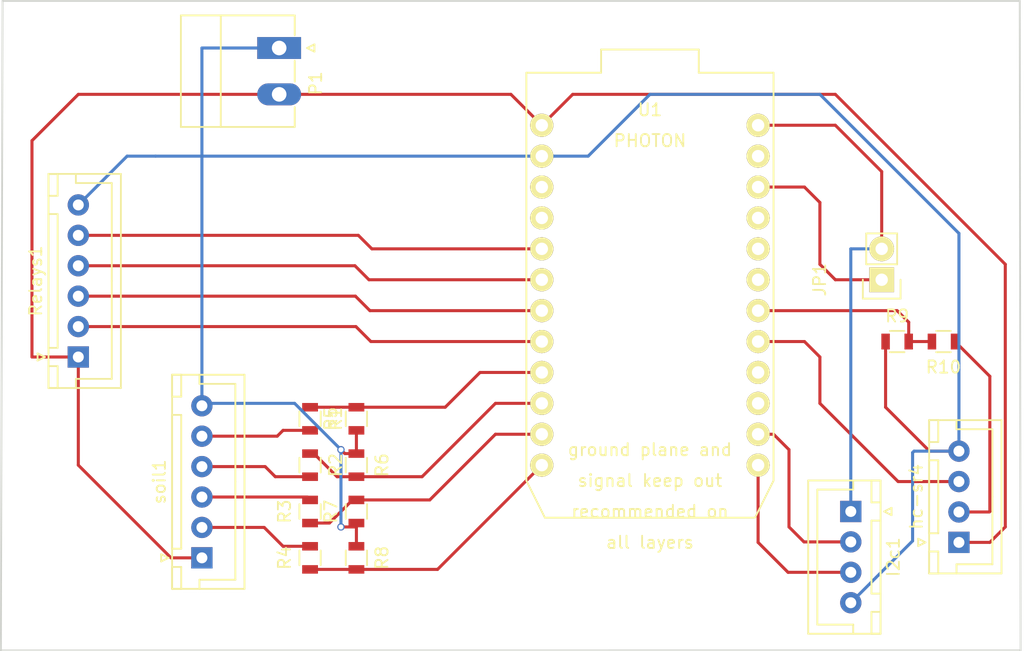
<source format=kicad_pcb>
(kicad_pcb (version 20171130) (host pcbnew "(5.1.12)-1")

  (general
    (thickness 1.6)
    (drawings 4)
    (tracks 119)
    (zones 0)
    (modules 17)
    (nets 29)
  )

  (page A4)
  (layers
    (0 F.Cu signal)
    (31 B.Cu signal)
    (32 B.Adhes user)
    (33 F.Adhes user)
    (34 B.Paste user)
    (35 F.Paste user)
    (36 B.SilkS user)
    (37 F.SilkS user)
    (38 B.Mask user)
    (39 F.Mask user)
    (40 Dwgs.User user)
    (41 Cmts.User user)
    (42 Eco1.User user)
    (43 Eco2.User user)
    (44 Edge.Cuts user)
    (45 Margin user)
    (46 B.CrtYd user)
    (47 F.CrtYd user)
    (48 B.Fab user)
    (49 F.Fab user)
  )

  (setup
    (last_trace_width 0.25)
    (trace_clearance 0.2)
    (zone_clearance 0.508)
    (zone_45_only yes)
    (trace_min 0.2)
    (via_size 0.6)
    (via_drill 0.4)
    (via_min_size 0.4)
    (via_min_drill 0.3)
    (uvia_size 0.3)
    (uvia_drill 0.1)
    (uvias_allowed no)
    (uvia_min_size 0.2)
    (uvia_min_drill 0.1)
    (edge_width 0.15)
    (segment_width 0.2)
    (pcb_text_width 0.3)
    (pcb_text_size 1.5 1.5)
    (mod_edge_width 0.15)
    (mod_text_size 1 1)
    (mod_text_width 0.15)
    (pad_size 1.524 1.524)
    (pad_drill 0.762)
    (pad_to_mask_clearance 0.2)
    (aux_axis_origin 0 0)
    (visible_elements 7FFFFFFF)
    (pcbplotparams
      (layerselection 0x00030_80000001)
      (usegerberextensions false)
      (usegerberattributes true)
      (usegerberadvancedattributes true)
      (creategerberjobfile true)
      (excludeedgelayer true)
      (linewidth 0.100000)
      (plotframeref false)
      (viasonmask false)
      (mode 1)
      (useauxorigin false)
      (hpglpennumber 1)
      (hpglpenspeed 20)
      (hpglpendiameter 15.000000)
      (psnegative false)
      (psa4output false)
      (plotreference true)
      (plotvalue true)
      (plotinvisibletext false)
      (padsonsilk false)
      (subtractmaskfromsilk false)
      (outputformat 1)
      (mirror false)
      (drillshape 1)
      (scaleselection 1)
      (outputdirectory ""))
  )

  (net 0 "")
  (net 1 +5V)
  (net 2 "Net-(R10-Pad1)")
  (net 3 "Net-(U1-Pad17)")
  (net 4 GND)
  (net 5 +3V3)
  (net 6 "Net-(I2c1-Pad2)")
  (net 7 "Net-(I2c1-Pad3)")
  (net 8 "Net-(JP1-Pad1)")
  (net 9 "Net-(R1-Pad1)")
  (net 10 "Net-(R1-Pad2)")
  (net 11 "Net-(R2-Pad1)")
  (net 12 "Net-(R2-Pad2)")
  (net 13 "Net-(R3-Pad1)")
  (net 14 "Net-(R3-Pad2)")
  (net 15 "Net-(R4-Pad1)")
  (net 16 "Net-(R4-Pad2)")
  (net 17 "Net-(R10-Pad2)")
  (net 18 "Net-(Relays1-Pad2)")
  (net 19 "Net-(Relays1-Pad3)")
  (net 20 "Net-(Relays1-Pad4)")
  (net 21 "Net-(Relays1-Pad5)")
  (net 22 "Net-(U1-Pad3)")
  (net 23 "Net-(U1-Pad4)")
  (net 24 "Net-(U1-Pad20)")
  (net 25 "Net-(U1-Pad19)")
  (net 26 "Net-(U1-Pad16)")
  (net 27 "Net-(U1-Pad15)")
  (net 28 "Net-(U1-Pad23)")

  (net_class Default "This is the default net class."
    (clearance 0.2)
    (trace_width 0.25)
    (via_dia 0.6)
    (via_drill 0.4)
    (uvia_dia 0.3)
    (uvia_drill 0.1)
    (add_net +3V3)
    (add_net +5V)
    (add_net GND)
    (add_net "Net-(I2c1-Pad2)")
    (add_net "Net-(I2c1-Pad3)")
    (add_net "Net-(JP1-Pad1)")
    (add_net "Net-(R1-Pad1)")
    (add_net "Net-(R1-Pad2)")
    (add_net "Net-(R10-Pad1)")
    (add_net "Net-(R10-Pad2)")
    (add_net "Net-(R2-Pad1)")
    (add_net "Net-(R2-Pad2)")
    (add_net "Net-(R3-Pad1)")
    (add_net "Net-(R3-Pad2)")
    (add_net "Net-(R4-Pad1)")
    (add_net "Net-(R4-Pad2)")
    (add_net "Net-(Relays1-Pad2)")
    (add_net "Net-(Relays1-Pad3)")
    (add_net "Net-(Relays1-Pad4)")
    (add_net "Net-(Relays1-Pad5)")
    (add_net "Net-(U1-Pad15)")
    (add_net "Net-(U1-Pad16)")
    (add_net "Net-(U1-Pad17)")
    (add_net "Net-(U1-Pad19)")
    (add_net "Net-(U1-Pad20)")
    (add_net "Net-(U1-Pad23)")
    (add_net "Net-(U1-Pad3)")
    (add_net "Net-(U1-Pad4)")
  )

  (module particle-boards:PHOTON (layer F.Cu) (tedit 560E8B13) (tstamp 579C8DF4)
    (at 121.92 66.04)
    (path /5795A50A)
    (fp_text reference U1 (at 0 -16.51) (layer F.SilkS)
      (effects (font (size 1 1) (thickness 0.15)))
    )
    (fp_text value PHOTON (at 0 -13.97) (layer F.SilkS)
      (effects (font (size 1 1) (thickness 0.15)))
    )
    (fp_line (start -4.0132 -21.463) (end 4.0132 -21.463) (layer F.SilkS) (width 0.15))
    (fp_line (start 4.0132 -21.463) (end 4.0132 -19.558) (layer F.SilkS) (width 0.15))
    (fp_line (start -4.0132 -21.463) (end -4.0132 -19.558) (layer F.SilkS) (width 0.15))
    (fp_line (start -4.0132 -19.558) (end -10.16 -19.558) (layer F.SilkS) (width 0.15))
    (fp_line (start 4.0132 -19.558) (end 10.16 -19.558) (layer F.SilkS) (width 0.15))
    (fp_line (start -10.16 -19.558) (end -10.16 13.97) (layer F.SilkS) (width 0.15))
    (fp_line (start 10.16 -19.558) (end 10.16 13.97) (layer F.SilkS) (width 0.15))
    (fp_line (start -8.636 17.018) (end 8.636 17.018) (layer F.SilkS) (width 0.15))
    (fp_line (start -10.16 13.97) (end -8.636 17.018) (layer F.SilkS) (width 0.15))
    (fp_line (start 10.16 13.97) (end 8.636 17.018) (layer F.SilkS) (width 0.15))
    (fp_line (start -7.62 21.59) (end -7.62 8.89) (layer Dwgs.User) (width 0.15))
    (fp_line (start 6.35 21.59) (end -7.62 21.59) (layer Dwgs.User) (width 0.15))
    (fp_line (start 7.62 8.89) (end -7.62 8.89) (layer Dwgs.User) (width 0.15))
    (fp_line (start 7.62 21.59) (end 7.62 8.89) (layer Dwgs.User) (width 0.15))
    (fp_line (start 6.35 21.59) (end 7.62 21.59) (layer Dwgs.User) (width 0.15))
    (fp_text user "all layers" (at 0 19.05) (layer F.SilkS)
      (effects (font (size 1 1) (thickness 0.15)))
    )
    (fp_text user "recommended on" (at 0 16.51) (layer F.SilkS)
      (effects (font (size 1 1) (thickness 0.15)))
    )
    (fp_text user "signal keep out" (at 0 13.97) (layer F.SilkS)
      (effects (font (size 1 1) (thickness 0.15)))
    )
    (fp_text user "ground plane and" (at 0 11.43) (layer F.SilkS)
      (effects (font (size 1 1) (thickness 0.15)))
    )
    (pad 1 thru_hole circle (at -8.89 -15.24) (size 1.9 1.9) (drill 1.02) (layers *.Cu *.Mask F.SilkS)
      (net 1 +5V))
    (pad 2 thru_hole circle (at -8.89 -12.7) (size 1.9 1.9) (drill 1.02) (layers *.Cu *.Mask F.SilkS)
      (net 4 GND))
    (pad 3 thru_hole circle (at -8.89 -10.16) (size 1.9 1.9) (drill 1.02) (layers *.Cu *.Mask F.SilkS)
      (net 22 "Net-(U1-Pad3)"))
    (pad 4 thru_hole circle (at -8.89 -7.62) (size 1.9 1.9) (drill 1.02) (layers *.Cu *.Mask F.SilkS)
      (net 23 "Net-(U1-Pad4)"))
    (pad 5 thru_hole circle (at -8.89 -5.08) (size 1.9 1.9) (drill 1.02) (layers *.Cu *.Mask F.SilkS)
      (net 21 "Net-(Relays1-Pad5)"))
    (pad 6 thru_hole circle (at -8.89 -2.54) (size 1.9 1.9) (drill 1.02) (layers *.Cu *.Mask F.SilkS)
      (net 20 "Net-(Relays1-Pad4)"))
    (pad 7 thru_hole circle (at -8.89 0) (size 1.9 1.9) (drill 1.02) (layers *.Cu *.Mask F.SilkS)
      (net 19 "Net-(Relays1-Pad3)"))
    (pad 8 thru_hole circle (at -8.89 2.54) (size 1.9 1.9) (drill 1.02) (layers *.Cu *.Mask F.SilkS)
      (net 18 "Net-(Relays1-Pad2)"))
    (pad 9 thru_hole circle (at -8.89 5.08) (size 1.9 1.9) (drill 1.02) (layers *.Cu *.Mask F.SilkS)
      (net 9 "Net-(R1-Pad1)"))
    (pad 10 thru_hole circle (at -8.89 7.62) (size 1.9 1.9) (drill 1.02) (layers *.Cu *.Mask F.SilkS)
      (net 11 "Net-(R2-Pad1)"))
    (pad 11 thru_hole circle (at -8.89 10.16) (size 1.9 1.9) (drill 1.02) (layers *.Cu *.Mask F.SilkS)
      (net 13 "Net-(R3-Pad1)"))
    (pad 12 thru_hole circle (at -8.89 12.7) (size 1.9 1.9) (drill 1.02) (layers *.Cu *.Mask F.SilkS)
      (net 15 "Net-(R4-Pad1)"))
    (pad 24 thru_hole circle (at 8.89 -15.24) (size 1.9 1.9) (drill 1.02) (layers *.Cu *.Mask F.SilkS)
      (net 5 +3V3))
    (pad 23 thru_hole circle (at 8.89 -12.7) (size 1.9 1.9) (drill 1.02) (layers *.Cu *.Mask F.SilkS)
      (net 28 "Net-(U1-Pad23)"))
    (pad 22 thru_hole circle (at 8.89 -10.16) (size 1.9 1.9) (drill 1.02) (layers *.Cu *.Mask F.SilkS)
      (net 8 "Net-(JP1-Pad1)"))
    (pad 21 thru_hole circle (at 8.89 -7.62) (size 1.9 1.9) (drill 1.02) (layers *.Cu *.Mask F.SilkS))
    (pad 20 thru_hole circle (at 8.89 -5.08) (size 1.9 1.9) (drill 1.02) (layers *.Cu *.Mask F.SilkS)
      (net 24 "Net-(U1-Pad20)"))
    (pad 19 thru_hole circle (at 8.89 -2.54) (size 1.9 1.9) (drill 1.02) (layers *.Cu *.Mask F.SilkS)
      (net 25 "Net-(U1-Pad19)"))
    (pad 18 thru_hole circle (at 8.89 0) (size 1.9 1.9) (drill 1.02) (layers *.Cu *.Mask F.SilkS)
      (net 17 "Net-(R10-Pad2)"))
    (pad 17 thru_hole circle (at 8.89 2.54) (size 1.9 1.9) (drill 1.02) (layers *.Cu *.Mask F.SilkS)
      (net 3 "Net-(U1-Pad17)"))
    (pad 16 thru_hole circle (at 8.89 5.08) (size 1.9 1.9) (drill 1.02) (layers *.Cu *.Mask F.SilkS)
      (net 26 "Net-(U1-Pad16)"))
    (pad 15 thru_hole circle (at 8.89 7.62) (size 1.9 1.9) (drill 1.02) (layers *.Cu *.Mask F.SilkS)
      (net 27 "Net-(U1-Pad15)"))
    (pad 14 thru_hole circle (at 8.89 10.16) (size 1.9 1.9) (drill 1.02) (layers *.Cu *.Mask F.SilkS)
      (net 6 "Net-(I2c1-Pad2)"))
    (pad 13 thru_hole circle (at 8.89 12.7) (size 1.9 1.9) (drill 1.02) (layers *.Cu *.Mask F.SilkS)
      (net 7 "Net-(I2c1-Pad3)"))
  )

  (module Connectors_JST:JST_XH_B04B-XH-A_04x2.50mm_Straight (layer F.Cu) (tedit 56F0715A) (tstamp 579C8CB5)
    (at 147.32 85.09 90)
    (descr "JST XH series connector, B04B-XH-A, top entry type, through hole")
    (tags "connector jst xh tht top vertical 2.50mm")
    (path /5795AA6A)
    (fp_text reference hc-sr4 (at 3.75 -3.5 90) (layer F.SilkS)
      (effects (font (size 1 1) (thickness 0.15)))
    )
    (fp_text value CONN_01X04 (at 3.75 4.5 90) (layer F.Fab)
      (effects (font (size 1 1) (thickness 0.15)))
    )
    (fp_line (start 0.3 -3.35) (end 0 -2.75) (layer F.SilkS) (width 0.15))
    (fp_line (start -0.3 -3.35) (end 0.3 -3.35) (layer F.SilkS) (width 0.15))
    (fp_line (start 0 -2.75) (end -0.3 -3.35) (layer F.SilkS) (width 0.15))
    (fp_line (start 9.3 2.75) (end 3.75 2.75) (layer F.SilkS) (width 0.15))
    (fp_line (start 9.3 -0.2) (end 9.3 2.75) (layer F.SilkS) (width 0.15))
    (fp_line (start 10.05 -0.2) (end 9.3 -0.2) (layer F.SilkS) (width 0.15))
    (fp_line (start -1.8 2.75) (end 3.75 2.75) (layer F.SilkS) (width 0.15))
    (fp_line (start -1.8 -0.2) (end -1.8 2.75) (layer F.SilkS) (width 0.15))
    (fp_line (start -2.55 -0.2) (end -1.8 -0.2) (layer F.SilkS) (width 0.15))
    (fp_line (start 10.05 -2.45) (end 8.25 -2.45) (layer F.SilkS) (width 0.15))
    (fp_line (start 10.05 -1.7) (end 10.05 -2.45) (layer F.SilkS) (width 0.15))
    (fp_line (start 8.25 -1.7) (end 10.05 -1.7) (layer F.SilkS) (width 0.15))
    (fp_line (start 8.25 -2.45) (end 8.25 -1.7) (layer F.SilkS) (width 0.15))
    (fp_line (start -0.75 -2.45) (end -2.55 -2.45) (layer F.SilkS) (width 0.15))
    (fp_line (start -0.75 -1.7) (end -0.75 -2.45) (layer F.SilkS) (width 0.15))
    (fp_line (start -2.55 -1.7) (end -0.75 -1.7) (layer F.SilkS) (width 0.15))
    (fp_line (start -2.55 -2.45) (end -2.55 -1.7) (layer F.SilkS) (width 0.15))
    (fp_line (start 6.75 -2.45) (end 0.75 -2.45) (layer F.SilkS) (width 0.15))
    (fp_line (start 6.75 -1.7) (end 6.75 -2.45) (layer F.SilkS) (width 0.15))
    (fp_line (start 0.75 -1.7) (end 6.75 -1.7) (layer F.SilkS) (width 0.15))
    (fp_line (start 0.75 -2.45) (end 0.75 -1.7) (layer F.SilkS) (width 0.15))
    (fp_line (start 10.05 -2.45) (end -2.55 -2.45) (layer F.SilkS) (width 0.15))
    (fp_line (start 10.05 3.5) (end 10.05 -2.45) (layer F.SilkS) (width 0.15))
    (fp_line (start -2.55 3.5) (end 10.05 3.5) (layer F.SilkS) (width 0.15))
    (fp_line (start -2.55 -2.45) (end -2.55 3.5) (layer F.SilkS) (width 0.15))
    (fp_line (start 10.4 -2.85) (end -2.95 -2.85) (layer F.CrtYd) (width 0.05))
    (fp_line (start 10.4 3.9) (end 10.4 -2.85) (layer F.CrtYd) (width 0.05))
    (fp_line (start -2.95 3.9) (end 10.4 3.9) (layer F.CrtYd) (width 0.05))
    (fp_line (start -2.95 -2.85) (end -2.95 3.9) (layer F.CrtYd) (width 0.05))
    (pad 1 thru_hole rect (at 0 0 90) (size 1.75 1.75) (drill 0.9) (layers *.Cu *.Mask)
      (net 1 +5V))
    (pad 2 thru_hole circle (at 2.5 0 90) (size 1.75 1.75) (drill 0.9) (layers *.Cu *.Mask)
      (net 2 "Net-(R10-Pad1)"))
    (pad 3 thru_hole circle (at 5 0 90) (size 1.75 1.75) (drill 0.9) (layers *.Cu *.Mask)
      (net 3 "Net-(U1-Pad17)"))
    (pad 4 thru_hole circle (at 7.5 0 90) (size 1.75 1.75) (drill 0.9) (layers *.Cu *.Mask)
      (net 4 GND))
    (model Connectors_JST.3dshapes/JST_XH_B04B-XH-A_04x2.50mm_Straight.wrl
      (at (xyz 0 0 0))
      (scale (xyz 1 1 1))
      (rotate (xyz 0 0 0))
    )
  )

  (module Connectors_JST:JST_XH_B04B-XH-A_04x2.50mm_Straight (layer F.Cu) (tedit 56F0715A) (tstamp 579C8CDA)
    (at 138.43 82.55 270)
    (descr "JST XH series connector, B04B-XH-A, top entry type, through hole")
    (tags "connector jst xh tht top vertical 2.50mm")
    (path /5795AAED)
    (fp_text reference I2c1 (at 3.75 -3.5 270) (layer F.SilkS)
      (effects (font (size 1 1) (thickness 0.15)))
    )
    (fp_text value CONN_01X04 (at 3.75 4.5 270) (layer F.Fab)
      (effects (font (size 1 1) (thickness 0.15)))
    )
    (fp_line (start 0.3 -3.35) (end 0 -2.75) (layer F.SilkS) (width 0.15))
    (fp_line (start -0.3 -3.35) (end 0.3 -3.35) (layer F.SilkS) (width 0.15))
    (fp_line (start 0 -2.75) (end -0.3 -3.35) (layer F.SilkS) (width 0.15))
    (fp_line (start 9.3 2.75) (end 3.75 2.75) (layer F.SilkS) (width 0.15))
    (fp_line (start 9.3 -0.2) (end 9.3 2.75) (layer F.SilkS) (width 0.15))
    (fp_line (start 10.05 -0.2) (end 9.3 -0.2) (layer F.SilkS) (width 0.15))
    (fp_line (start -1.8 2.75) (end 3.75 2.75) (layer F.SilkS) (width 0.15))
    (fp_line (start -1.8 -0.2) (end -1.8 2.75) (layer F.SilkS) (width 0.15))
    (fp_line (start -2.55 -0.2) (end -1.8 -0.2) (layer F.SilkS) (width 0.15))
    (fp_line (start 10.05 -2.45) (end 8.25 -2.45) (layer F.SilkS) (width 0.15))
    (fp_line (start 10.05 -1.7) (end 10.05 -2.45) (layer F.SilkS) (width 0.15))
    (fp_line (start 8.25 -1.7) (end 10.05 -1.7) (layer F.SilkS) (width 0.15))
    (fp_line (start 8.25 -2.45) (end 8.25 -1.7) (layer F.SilkS) (width 0.15))
    (fp_line (start -0.75 -2.45) (end -2.55 -2.45) (layer F.SilkS) (width 0.15))
    (fp_line (start -0.75 -1.7) (end -0.75 -2.45) (layer F.SilkS) (width 0.15))
    (fp_line (start -2.55 -1.7) (end -0.75 -1.7) (layer F.SilkS) (width 0.15))
    (fp_line (start -2.55 -2.45) (end -2.55 -1.7) (layer F.SilkS) (width 0.15))
    (fp_line (start 6.75 -2.45) (end 0.75 -2.45) (layer F.SilkS) (width 0.15))
    (fp_line (start 6.75 -1.7) (end 6.75 -2.45) (layer F.SilkS) (width 0.15))
    (fp_line (start 0.75 -1.7) (end 6.75 -1.7) (layer F.SilkS) (width 0.15))
    (fp_line (start 0.75 -2.45) (end 0.75 -1.7) (layer F.SilkS) (width 0.15))
    (fp_line (start 10.05 -2.45) (end -2.55 -2.45) (layer F.SilkS) (width 0.15))
    (fp_line (start 10.05 3.5) (end 10.05 -2.45) (layer F.SilkS) (width 0.15))
    (fp_line (start -2.55 3.5) (end 10.05 3.5) (layer F.SilkS) (width 0.15))
    (fp_line (start -2.55 -2.45) (end -2.55 3.5) (layer F.SilkS) (width 0.15))
    (fp_line (start 10.4 -2.85) (end -2.95 -2.85) (layer F.CrtYd) (width 0.05))
    (fp_line (start 10.4 3.9) (end 10.4 -2.85) (layer F.CrtYd) (width 0.05))
    (fp_line (start -2.95 3.9) (end 10.4 3.9) (layer F.CrtYd) (width 0.05))
    (fp_line (start -2.95 -2.85) (end -2.95 3.9) (layer F.CrtYd) (width 0.05))
    (pad 1 thru_hole rect (at 0 0 270) (size 1.75 1.75) (drill 0.9) (layers *.Cu *.Mask)
      (net 5 +3V3))
    (pad 2 thru_hole circle (at 2.5 0 270) (size 1.75 1.75) (drill 0.9) (layers *.Cu *.Mask)
      (net 6 "Net-(I2c1-Pad2)"))
    (pad 3 thru_hole circle (at 5 0 270) (size 1.75 1.75) (drill 0.9) (layers *.Cu *.Mask)
      (net 7 "Net-(I2c1-Pad3)"))
    (pad 4 thru_hole circle (at 7.5 0 270) (size 1.75 1.75) (drill 0.9) (layers *.Cu *.Mask)
      (net 4 GND))
    (model Connectors_JST.3dshapes/JST_XH_B04B-XH-A_04x2.50mm_Straight.wrl
      (at (xyz 0 0 0))
      (scale (xyz 1 1 1))
      (rotate (xyz 0 0 0))
    )
  )

  (module Socket_Strips:Socket_Strip_Straight_1x02 (layer F.Cu) (tedit 54E9F75E) (tstamp 579C8CEB)
    (at 140.97 63.5 90)
    (descr "Through hole socket strip")
    (tags "socket strip")
    (path /5795B340)
    (fp_text reference JP1 (at 0 -5.1 90) (layer F.SilkS)
      (effects (font (size 1 1) (thickness 0.15)))
    )
    (fp_text value CONN_01X02 (at 0 -3.1 90) (layer F.Fab)
      (effects (font (size 1 1) (thickness 0.15)))
    )
    (fp_line (start 3.81 -1.27) (end 3.81 1.27) (layer F.SilkS) (width 0.15))
    (fp_line (start 1.27 -1.27) (end 3.81 -1.27) (layer F.SilkS) (width 0.15))
    (fp_line (start -1.55 -1.55) (end -1.55 1.55) (layer F.SilkS) (width 0.15))
    (fp_line (start 0 -1.55) (end -1.55 -1.55) (layer F.SilkS) (width 0.15))
    (fp_line (start 1.27 1.27) (end 1.27 -1.27) (layer F.SilkS) (width 0.15))
    (fp_line (start -1.75 1.75) (end 4.3 1.75) (layer F.CrtYd) (width 0.05))
    (fp_line (start -1.75 -1.75) (end 4.3 -1.75) (layer F.CrtYd) (width 0.05))
    (fp_line (start 4.3 -1.75) (end 4.3 1.75) (layer F.CrtYd) (width 0.05))
    (fp_line (start -1.75 -1.75) (end -1.75 1.75) (layer F.CrtYd) (width 0.05))
    (fp_line (start 3.81 1.27) (end 1.27 1.27) (layer F.SilkS) (width 0.15))
    (fp_line (start -1.55 1.55) (end 0 1.55) (layer F.SilkS) (width 0.15))
    (pad 1 thru_hole rect (at 0 0 90) (size 2.032 2.032) (drill 1.016) (layers *.Cu *.Mask F.SilkS)
      (net 8 "Net-(JP1-Pad1)"))
    (pad 2 thru_hole oval (at 2.54 0 90) (size 2.032 2.032) (drill 1.016) (layers *.Cu *.Mask F.SilkS)
      (net 5 +3V3))
    (model Socket_Strips.3dshapes/Socket_Strip_Straight_1x02.wrl
      (offset (xyz 1.269999980926514 0 0))
      (scale (xyz 1 1 1))
      (rotate (xyz 0 0 180))
    )
  )

  (module Connectors_Phoenix:PhoenixContact_MC-G_02x3.81mm_Angled (layer F.Cu) (tedit 578DFF15) (tstamp 579C8CFF)
    (at 91.44 44.45 270)
    (descr "Generic Phoenix Contact connector footprint for series: MC-G; number of pins: 02; pin pitch: 3.81mm; Angled || order number: 1803277 8A 160V")
    (tags "phoenix_contact MC_01x02_G_3.81mm")
    (path /5795CD95)
    (fp_text reference P1 (at 2.905 -3 270) (layer F.SilkS)
      (effects (font (size 1 1) (thickness 0.15)))
    )
    (fp_text value CONN_01X02 (at 1.905 9.5 270) (layer F.Fab)
      (effects (font (size 1 1) (thickness 0.15)))
    )
    (fp_line (start -0.3 -2.9) (end 0 -2.3) (layer F.SilkS) (width 0.15))
    (fp_line (start 0.3 -2.9) (end -0.3 -2.9) (layer F.SilkS) (width 0.15))
    (fp_line (start 0 -2.3) (end 0.3 -2.9) (layer F.SilkS) (width 0.15))
    (fp_line (start 6.9 -2.3) (end -3.2 -2.3) (layer F.CrtYd) (width 0.05))
    (fp_line (start 6.9 8.5) (end 6.9 -2.3) (layer F.CrtYd) (width 0.05))
    (fp_line (start -3.2 8.5) (end 6.9 8.5) (layer F.CrtYd) (width 0.05))
    (fp_line (start -3.2 -2.3) (end -3.2 8.5) (layer F.CrtYd) (width 0.05))
    (fp_line (start -2.68 4.8) (end 6.49 4.8) (layer F.SilkS) (width 0.15))
    (fp_line (start 1.05 -1.28) (end 2.76 -1.28) (layer F.SilkS) (width 0.15))
    (fp_line (start 6.49 -1.28) (end 4.86 -1.28) (layer F.SilkS) (width 0.15))
    (fp_line (start -2.68 -1.28) (end -1.05 -1.28) (layer F.SilkS) (width 0.15))
    (fp_line (start 6.49 8.08) (end 6.49 -1.28) (layer F.SilkS) (width 0.15))
    (fp_line (start -2.68 8.08) (end 6.49 8.08) (layer F.SilkS) (width 0.15))
    (fp_line (start -2.68 -1.28) (end -2.68 8.08) (layer F.SilkS) (width 0.15))
    (pad 1 thru_hole rect (at 0 0 270) (size 1.8 3.6) (drill 1.2) (layers *.Cu *.Mask)
      (net 4 GND))
    (pad 2 thru_hole oval (at 3.81 0 270) (size 1.8 3.6) (drill 1.2) (layers *.Cu *.Mask)
      (net 1 +5V))
    (model Connectors_Phoenix.3dshapes/PhoenixContact_MC-G_02x3.81mm_Angled.wrl
      (at (xyz 0 0 0))
      (scale (xyz 1 1 1))
      (rotate (xyz 0 0 0))
    )
  )

  (module Resistors_SMD:R_0805 (layer F.Cu) (tedit 5415CDEB) (tstamp 579C8D0B)
    (at 93.98 74.93 270)
    (descr "Resistor SMD 0805, reflow soldering, Vishay (see dcrcw.pdf)")
    (tags "resistor 0805")
    (path /5795B928)
    (attr smd)
    (fp_text reference R1 (at 0 -2.1 270) (layer F.SilkS)
      (effects (font (size 1 1) (thickness 0.15)))
    )
    (fp_text value R (at 0 2.1 270) (layer F.Fab)
      (effects (font (size 1 1) (thickness 0.15)))
    )
    (fp_line (start -0.6 -0.875) (end 0.6 -0.875) (layer F.SilkS) (width 0.15))
    (fp_line (start 0.6 0.875) (end -0.6 0.875) (layer F.SilkS) (width 0.15))
    (fp_line (start 1.6 -1) (end 1.6 1) (layer F.CrtYd) (width 0.05))
    (fp_line (start -1.6 -1) (end -1.6 1) (layer F.CrtYd) (width 0.05))
    (fp_line (start -1.6 1) (end 1.6 1) (layer F.CrtYd) (width 0.05))
    (fp_line (start -1.6 -1) (end 1.6 -1) (layer F.CrtYd) (width 0.05))
    (pad 1 smd rect (at -0.95 0 270) (size 0.7 1.3) (layers F.Cu F.Paste F.Mask)
      (net 9 "Net-(R1-Pad1)"))
    (pad 2 smd rect (at 0.95 0 270) (size 0.7 1.3) (layers F.Cu F.Paste F.Mask)
      (net 10 "Net-(R1-Pad2)"))
    (model Resistors_SMD.3dshapes/R_0805.wrl
      (at (xyz 0 0 0))
      (scale (xyz 1 1 1))
      (rotate (xyz 0 0 0))
    )
  )

  (module Resistors_SMD:R_0805 (layer F.Cu) (tedit 5415CDEB) (tstamp 579C8D17)
    (at 93.98 78.74 270)
    (descr "Resistor SMD 0805, reflow soldering, Vishay (see dcrcw.pdf)")
    (tags "resistor 0805")
    (path /5795B8FD)
    (attr smd)
    (fp_text reference R2 (at 0 -2.1 270) (layer F.SilkS)
      (effects (font (size 1 1) (thickness 0.15)))
    )
    (fp_text value R (at 0 2.1 270) (layer F.Fab)
      (effects (font (size 1 1) (thickness 0.15)))
    )
    (fp_line (start -0.6 -0.875) (end 0.6 -0.875) (layer F.SilkS) (width 0.15))
    (fp_line (start 0.6 0.875) (end -0.6 0.875) (layer F.SilkS) (width 0.15))
    (fp_line (start 1.6 -1) (end 1.6 1) (layer F.CrtYd) (width 0.05))
    (fp_line (start -1.6 -1) (end -1.6 1) (layer F.CrtYd) (width 0.05))
    (fp_line (start -1.6 1) (end 1.6 1) (layer F.CrtYd) (width 0.05))
    (fp_line (start -1.6 -1) (end 1.6 -1) (layer F.CrtYd) (width 0.05))
    (pad 1 smd rect (at -0.95 0 270) (size 0.7 1.3) (layers F.Cu F.Paste F.Mask)
      (net 11 "Net-(R2-Pad1)"))
    (pad 2 smd rect (at 0.95 0 270) (size 0.7 1.3) (layers F.Cu F.Paste F.Mask)
      (net 12 "Net-(R2-Pad2)"))
    (model Resistors_SMD.3dshapes/R_0805.wrl
      (at (xyz 0 0 0))
      (scale (xyz 1 1 1))
      (rotate (xyz 0 0 0))
    )
  )

  (module Resistors_SMD:R_0805 (layer F.Cu) (tedit 5415CDEB) (tstamp 579C8D23)
    (at 93.98 82.55 90)
    (descr "Resistor SMD 0805, reflow soldering, Vishay (see dcrcw.pdf)")
    (tags "resistor 0805")
    (path /5795B6F3)
    (attr smd)
    (fp_text reference R3 (at 0 -2.1 90) (layer F.SilkS)
      (effects (font (size 1 1) (thickness 0.15)))
    )
    (fp_text value R (at 0 2.1 90) (layer F.Fab)
      (effects (font (size 1 1) (thickness 0.15)))
    )
    (fp_line (start -0.6 -0.875) (end 0.6 -0.875) (layer F.SilkS) (width 0.15))
    (fp_line (start 0.6 0.875) (end -0.6 0.875) (layer F.SilkS) (width 0.15))
    (fp_line (start 1.6 -1) (end 1.6 1) (layer F.CrtYd) (width 0.05))
    (fp_line (start -1.6 -1) (end -1.6 1) (layer F.CrtYd) (width 0.05))
    (fp_line (start -1.6 1) (end 1.6 1) (layer F.CrtYd) (width 0.05))
    (fp_line (start -1.6 -1) (end 1.6 -1) (layer F.CrtYd) (width 0.05))
    (pad 1 smd rect (at -0.95 0 90) (size 0.7 1.3) (layers F.Cu F.Paste F.Mask)
      (net 13 "Net-(R3-Pad1)"))
    (pad 2 smd rect (at 0.95 0 90) (size 0.7 1.3) (layers F.Cu F.Paste F.Mask)
      (net 14 "Net-(R3-Pad2)"))
    (model Resistors_SMD.3dshapes/R_0805.wrl
      (at (xyz 0 0 0))
      (scale (xyz 1 1 1))
      (rotate (xyz 0 0 0))
    )
  )

  (module Resistors_SMD:R_0805 (layer F.Cu) (tedit 5415CDEB) (tstamp 579C8D2F)
    (at 93.98 86.36 90)
    (descr "Resistor SMD 0805, reflow soldering, Vishay (see dcrcw.pdf)")
    (tags "resistor 0805")
    (path /5795B975)
    (attr smd)
    (fp_text reference R4 (at 0 -2.1 90) (layer F.SilkS)
      (effects (font (size 1 1) (thickness 0.15)))
    )
    (fp_text value R (at 0 2.1 90) (layer F.Fab)
      (effects (font (size 1 1) (thickness 0.15)))
    )
    (fp_line (start -0.6 -0.875) (end 0.6 -0.875) (layer F.SilkS) (width 0.15))
    (fp_line (start 0.6 0.875) (end -0.6 0.875) (layer F.SilkS) (width 0.15))
    (fp_line (start 1.6 -1) (end 1.6 1) (layer F.CrtYd) (width 0.05))
    (fp_line (start -1.6 -1) (end -1.6 1) (layer F.CrtYd) (width 0.05))
    (fp_line (start -1.6 1) (end 1.6 1) (layer F.CrtYd) (width 0.05))
    (fp_line (start -1.6 -1) (end 1.6 -1) (layer F.CrtYd) (width 0.05))
    (pad 1 smd rect (at -0.95 0 90) (size 0.7 1.3) (layers F.Cu F.Paste F.Mask)
      (net 15 "Net-(R4-Pad1)"))
    (pad 2 smd rect (at 0.95 0 90) (size 0.7 1.3) (layers F.Cu F.Paste F.Mask)
      (net 16 "Net-(R4-Pad2)"))
    (model Resistors_SMD.3dshapes/R_0805.wrl
      (at (xyz 0 0 0))
      (scale (xyz 1 1 1))
      (rotate (xyz 0 0 0))
    )
  )

  (module Resistors_SMD:R_0805 (layer F.Cu) (tedit 5415CDEB) (tstamp 579C8D3B)
    (at 97.79 74.93 90)
    (descr "Resistor SMD 0805, reflow soldering, Vishay (see dcrcw.pdf)")
    (tags "resistor 0805")
    (path /5795BA4C)
    (attr smd)
    (fp_text reference R5 (at 0 -2.1 90) (layer F.SilkS)
      (effects (font (size 1 1) (thickness 0.15)))
    )
    (fp_text value R (at 0 2.1 90) (layer F.Fab)
      (effects (font (size 1 1) (thickness 0.15)))
    )
    (fp_line (start -0.6 -0.875) (end 0.6 -0.875) (layer F.SilkS) (width 0.15))
    (fp_line (start 0.6 0.875) (end -0.6 0.875) (layer F.SilkS) (width 0.15))
    (fp_line (start 1.6 -1) (end 1.6 1) (layer F.CrtYd) (width 0.05))
    (fp_line (start -1.6 -1) (end -1.6 1) (layer F.CrtYd) (width 0.05))
    (fp_line (start -1.6 1) (end 1.6 1) (layer F.CrtYd) (width 0.05))
    (fp_line (start -1.6 -1) (end 1.6 -1) (layer F.CrtYd) (width 0.05))
    (pad 1 smd rect (at -0.95 0 90) (size 0.7 1.3) (layers F.Cu F.Paste F.Mask)
      (net 4 GND))
    (pad 2 smd rect (at 0.95 0 90) (size 0.7 1.3) (layers F.Cu F.Paste F.Mask)
      (net 9 "Net-(R1-Pad1)"))
    (model Resistors_SMD.3dshapes/R_0805.wrl
      (at (xyz 0 0 0))
      (scale (xyz 1 1 1))
      (rotate (xyz 0 0 0))
    )
  )

  (module Resistors_SMD:R_0805 (layer F.Cu) (tedit 5415CDEB) (tstamp 579C8D47)
    (at 97.79 78.74 270)
    (descr "Resistor SMD 0805, reflow soldering, Vishay (see dcrcw.pdf)")
    (tags "resistor 0805")
    (path /5795BAB5)
    (attr smd)
    (fp_text reference R6 (at 0 -2.1 270) (layer F.SilkS)
      (effects (font (size 1 1) (thickness 0.15)))
    )
    (fp_text value R (at 0 2.1 270) (layer F.Fab)
      (effects (font (size 1 1) (thickness 0.15)))
    )
    (fp_line (start -0.6 -0.875) (end 0.6 -0.875) (layer F.SilkS) (width 0.15))
    (fp_line (start 0.6 0.875) (end -0.6 0.875) (layer F.SilkS) (width 0.15))
    (fp_line (start 1.6 -1) (end 1.6 1) (layer F.CrtYd) (width 0.05))
    (fp_line (start -1.6 -1) (end -1.6 1) (layer F.CrtYd) (width 0.05))
    (fp_line (start -1.6 1) (end 1.6 1) (layer F.CrtYd) (width 0.05))
    (fp_line (start -1.6 -1) (end 1.6 -1) (layer F.CrtYd) (width 0.05))
    (pad 1 smd rect (at -0.95 0 270) (size 0.7 1.3) (layers F.Cu F.Paste F.Mask)
      (net 4 GND))
    (pad 2 smd rect (at 0.95 0 270) (size 0.7 1.3) (layers F.Cu F.Paste F.Mask)
      (net 11 "Net-(R2-Pad1)"))
    (model Resistors_SMD.3dshapes/R_0805.wrl
      (at (xyz 0 0 0))
      (scale (xyz 1 1 1))
      (rotate (xyz 0 0 0))
    )
  )

  (module Resistors_SMD:R_0805 (layer F.Cu) (tedit 5415CDEB) (tstamp 579C8D53)
    (at 97.79 82.55 90)
    (descr "Resistor SMD 0805, reflow soldering, Vishay (see dcrcw.pdf)")
    (tags "resistor 0805")
    (path /5795BA13)
    (attr smd)
    (fp_text reference R7 (at 0 -2.1 90) (layer F.SilkS)
      (effects (font (size 1 1) (thickness 0.15)))
    )
    (fp_text value R (at 0 2.1 90) (layer F.Fab)
      (effects (font (size 1 1) (thickness 0.15)))
    )
    (fp_line (start -0.6 -0.875) (end 0.6 -0.875) (layer F.SilkS) (width 0.15))
    (fp_line (start 0.6 0.875) (end -0.6 0.875) (layer F.SilkS) (width 0.15))
    (fp_line (start 1.6 -1) (end 1.6 1) (layer F.CrtYd) (width 0.05))
    (fp_line (start -1.6 -1) (end -1.6 1) (layer F.CrtYd) (width 0.05))
    (fp_line (start -1.6 1) (end 1.6 1) (layer F.CrtYd) (width 0.05))
    (fp_line (start -1.6 -1) (end 1.6 -1) (layer F.CrtYd) (width 0.05))
    (pad 1 smd rect (at -0.95 0 90) (size 0.7 1.3) (layers F.Cu F.Paste F.Mask)
      (net 4 GND))
    (pad 2 smd rect (at 0.95 0 90) (size 0.7 1.3) (layers F.Cu F.Paste F.Mask)
      (net 13 "Net-(R3-Pad1)"))
    (model Resistors_SMD.3dshapes/R_0805.wrl
      (at (xyz 0 0 0))
      (scale (xyz 1 1 1))
      (rotate (xyz 0 0 0))
    )
  )

  (module Resistors_SMD:R_0805 (layer F.Cu) (tedit 5415CDEB) (tstamp 579C8D5F)
    (at 97.79 86.36 270)
    (descr "Resistor SMD 0805, reflow soldering, Vishay (see dcrcw.pdf)")
    (tags "resistor 0805")
    (path /5795B9C2)
    (attr smd)
    (fp_text reference R8 (at 0 -2.1 270) (layer F.SilkS)
      (effects (font (size 1 1) (thickness 0.15)))
    )
    (fp_text value R (at 0 2.1 270) (layer F.Fab)
      (effects (font (size 1 1) (thickness 0.15)))
    )
    (fp_line (start -0.6 -0.875) (end 0.6 -0.875) (layer F.SilkS) (width 0.15))
    (fp_line (start 0.6 0.875) (end -0.6 0.875) (layer F.SilkS) (width 0.15))
    (fp_line (start 1.6 -1) (end 1.6 1) (layer F.CrtYd) (width 0.05))
    (fp_line (start -1.6 -1) (end -1.6 1) (layer F.CrtYd) (width 0.05))
    (fp_line (start -1.6 1) (end 1.6 1) (layer F.CrtYd) (width 0.05))
    (fp_line (start -1.6 -1) (end 1.6 -1) (layer F.CrtYd) (width 0.05))
    (pad 1 smd rect (at -0.95 0 270) (size 0.7 1.3) (layers F.Cu F.Paste F.Mask)
      (net 4 GND))
    (pad 2 smd rect (at 0.95 0 270) (size 0.7 1.3) (layers F.Cu F.Paste F.Mask)
      (net 15 "Net-(R4-Pad1)"))
    (model Resistors_SMD.3dshapes/R_0805.wrl
      (at (xyz 0 0 0))
      (scale (xyz 1 1 1))
      (rotate (xyz 0 0 0))
    )
  )

  (module Resistors_SMD:R_0805 (layer F.Cu) (tedit 5415CDEB) (tstamp 579C8D6B)
    (at 142.24 68.58)
    (descr "Resistor SMD 0805, reflow soldering, Vishay (see dcrcw.pdf)")
    (tags "resistor 0805")
    (path /5795C81D)
    (attr smd)
    (fp_text reference R9 (at 0 -2.1) (layer F.SilkS)
      (effects (font (size 1 1) (thickness 0.15)))
    )
    (fp_text value R (at 0 2.1) (layer F.Fab)
      (effects (font (size 1 1) (thickness 0.15)))
    )
    (fp_line (start -0.6 -0.875) (end 0.6 -0.875) (layer F.SilkS) (width 0.15))
    (fp_line (start 0.6 0.875) (end -0.6 0.875) (layer F.SilkS) (width 0.15))
    (fp_line (start 1.6 -1) (end 1.6 1) (layer F.CrtYd) (width 0.05))
    (fp_line (start -1.6 -1) (end -1.6 1) (layer F.CrtYd) (width 0.05))
    (fp_line (start -1.6 1) (end 1.6 1) (layer F.CrtYd) (width 0.05))
    (fp_line (start -1.6 -1) (end 1.6 -1) (layer F.CrtYd) (width 0.05))
    (pad 1 smd rect (at -0.95 0) (size 0.7 1.3) (layers F.Cu F.Paste F.Mask)
      (net 4 GND))
    (pad 2 smd rect (at 0.95 0) (size 0.7 1.3) (layers F.Cu F.Paste F.Mask)
      (net 17 "Net-(R10-Pad2)"))
    (model Resistors_SMD.3dshapes/R_0805.wrl
      (at (xyz 0 0 0))
      (scale (xyz 1 1 1))
      (rotate (xyz 0 0 0))
    )
  )

  (module Resistors_SMD:R_0805 (layer F.Cu) (tedit 5415CDEB) (tstamp 579C8D77)
    (at 146.05 68.58 180)
    (descr "Resistor SMD 0805, reflow soldering, Vishay (see dcrcw.pdf)")
    (tags "resistor 0805")
    (path /5795C8B4)
    (attr smd)
    (fp_text reference R10 (at 0 -2.1 180) (layer F.SilkS)
      (effects (font (size 1 1) (thickness 0.15)))
    )
    (fp_text value R (at 0 2.1 180) (layer F.Fab)
      (effects (font (size 1 1) (thickness 0.15)))
    )
    (fp_line (start -0.6 -0.875) (end 0.6 -0.875) (layer F.SilkS) (width 0.15))
    (fp_line (start 0.6 0.875) (end -0.6 0.875) (layer F.SilkS) (width 0.15))
    (fp_line (start 1.6 -1) (end 1.6 1) (layer F.CrtYd) (width 0.05))
    (fp_line (start -1.6 -1) (end -1.6 1) (layer F.CrtYd) (width 0.05))
    (fp_line (start -1.6 1) (end 1.6 1) (layer F.CrtYd) (width 0.05))
    (fp_line (start -1.6 -1) (end 1.6 -1) (layer F.CrtYd) (width 0.05))
    (pad 1 smd rect (at -0.95 0 180) (size 0.7 1.3) (layers F.Cu F.Paste F.Mask)
      (net 2 "Net-(R10-Pad1)"))
    (pad 2 smd rect (at 0.95 0 180) (size 0.7 1.3) (layers F.Cu F.Paste F.Mask)
      (net 17 "Net-(R10-Pad2)"))
    (model Resistors_SMD.3dshapes/R_0805.wrl
      (at (xyz 0 0 0))
      (scale (xyz 1 1 1))
      (rotate (xyz 0 0 0))
    )
  )

  (module Connectors_JST:JST_XH_B06B-XH-A_06x2.50mm_Straight (layer F.Cu) (tedit 56F0715A) (tstamp 579C8D9E)
    (at 74.93 69.85 90)
    (descr "JST XH series connector, B06B-XH-A, top entry type, through hole")
    (tags "connector jst xh tht top vertical 2.50mm")
    (path /5795A8D6)
    (fp_text reference Relays1 (at 6.25 -3.5 90) (layer F.SilkS)
      (effects (font (size 1 1) (thickness 0.15)))
    )
    (fp_text value CONN_01X06 (at 6.25 4.5 90) (layer F.Fab)
      (effects (font (size 1 1) (thickness 0.15)))
    )
    (fp_line (start 0.3 -3.35) (end 0 -2.75) (layer F.SilkS) (width 0.15))
    (fp_line (start -0.3 -3.35) (end 0.3 -3.35) (layer F.SilkS) (width 0.15))
    (fp_line (start 0 -2.75) (end -0.3 -3.35) (layer F.SilkS) (width 0.15))
    (fp_line (start 14.3 2.75) (end 6.25 2.75) (layer F.SilkS) (width 0.15))
    (fp_line (start 14.3 -0.2) (end 14.3 2.75) (layer F.SilkS) (width 0.15))
    (fp_line (start 15.05 -0.2) (end 14.3 -0.2) (layer F.SilkS) (width 0.15))
    (fp_line (start -1.8 2.75) (end 6.25 2.75) (layer F.SilkS) (width 0.15))
    (fp_line (start -1.8 -0.2) (end -1.8 2.75) (layer F.SilkS) (width 0.15))
    (fp_line (start -2.55 -0.2) (end -1.8 -0.2) (layer F.SilkS) (width 0.15))
    (fp_line (start 15.05 -2.45) (end 13.25 -2.45) (layer F.SilkS) (width 0.15))
    (fp_line (start 15.05 -1.7) (end 15.05 -2.45) (layer F.SilkS) (width 0.15))
    (fp_line (start 13.25 -1.7) (end 15.05 -1.7) (layer F.SilkS) (width 0.15))
    (fp_line (start 13.25 -2.45) (end 13.25 -1.7) (layer F.SilkS) (width 0.15))
    (fp_line (start -0.75 -2.45) (end -2.55 -2.45) (layer F.SilkS) (width 0.15))
    (fp_line (start -0.75 -1.7) (end -0.75 -2.45) (layer F.SilkS) (width 0.15))
    (fp_line (start -2.55 -1.7) (end -0.75 -1.7) (layer F.SilkS) (width 0.15))
    (fp_line (start -2.55 -2.45) (end -2.55 -1.7) (layer F.SilkS) (width 0.15))
    (fp_line (start 11.75 -2.45) (end 0.75 -2.45) (layer F.SilkS) (width 0.15))
    (fp_line (start 11.75 -1.7) (end 11.75 -2.45) (layer F.SilkS) (width 0.15))
    (fp_line (start 0.75 -1.7) (end 11.75 -1.7) (layer F.SilkS) (width 0.15))
    (fp_line (start 0.75 -2.45) (end 0.75 -1.7) (layer F.SilkS) (width 0.15))
    (fp_line (start 15.05 -2.45) (end -2.55 -2.45) (layer F.SilkS) (width 0.15))
    (fp_line (start 15.05 3.5) (end 15.05 -2.45) (layer F.SilkS) (width 0.15))
    (fp_line (start -2.55 3.5) (end 15.05 3.5) (layer F.SilkS) (width 0.15))
    (fp_line (start -2.55 -2.45) (end -2.55 3.5) (layer F.SilkS) (width 0.15))
    (fp_line (start 15.4 -2.85) (end -2.95 -2.85) (layer F.CrtYd) (width 0.05))
    (fp_line (start 15.4 3.9) (end 15.4 -2.85) (layer F.CrtYd) (width 0.05))
    (fp_line (start -2.95 3.9) (end 15.4 3.9) (layer F.CrtYd) (width 0.05))
    (fp_line (start -2.95 -2.85) (end -2.95 3.9) (layer F.CrtYd) (width 0.05))
    (pad 1 thru_hole rect (at 0 0 90) (size 1.75 1.75) (drill 0.9) (layers *.Cu *.Mask)
      (net 1 +5V))
    (pad 2 thru_hole circle (at 2.5 0 90) (size 1.75 1.75) (drill 0.9) (layers *.Cu *.Mask)
      (net 18 "Net-(Relays1-Pad2)"))
    (pad 3 thru_hole circle (at 5 0 90) (size 1.75 1.75) (drill 0.9) (layers *.Cu *.Mask)
      (net 19 "Net-(Relays1-Pad3)"))
    (pad 4 thru_hole circle (at 7.5 0 90) (size 1.75 1.75) (drill 0.9) (layers *.Cu *.Mask)
      (net 20 "Net-(Relays1-Pad4)"))
    (pad 5 thru_hole circle (at 10 0 90) (size 1.75 1.75) (drill 0.9) (layers *.Cu *.Mask)
      (net 21 "Net-(Relays1-Pad5)"))
    (pad 6 thru_hole circle (at 12.5 0 90) (size 1.75 1.75) (drill 0.9) (layers *.Cu *.Mask)
      (net 4 GND))
    (model Connectors_JST.3dshapes/JST_XH_B06B-XH-A_06x2.50mm_Straight.wrl
      (at (xyz 0 0 0))
      (scale (xyz 1 1 1))
      (rotate (xyz 0 0 0))
    )
  )

  (module Connectors_JST:JST_XH_B06B-XH-A_06x2.50mm_Straight (layer F.Cu) (tedit 56F0715A) (tstamp 579C8DC5)
    (at 85.09 86.36 90)
    (descr "JST XH series connector, B06B-XH-A, top entry type, through hole")
    (tags "connector jst xh tht top vertical 2.50mm")
    (path /5795AA23)
    (fp_text reference soil1 (at 6.25 -3.5 90) (layer F.SilkS)
      (effects (font (size 1 1) (thickness 0.15)))
    )
    (fp_text value CONN_01X06 (at 6.25 4.5 90) (layer F.Fab)
      (effects (font (size 1 1) (thickness 0.15)))
    )
    (fp_line (start 0.3 -3.35) (end 0 -2.75) (layer F.SilkS) (width 0.15))
    (fp_line (start -0.3 -3.35) (end 0.3 -3.35) (layer F.SilkS) (width 0.15))
    (fp_line (start 0 -2.75) (end -0.3 -3.35) (layer F.SilkS) (width 0.15))
    (fp_line (start 14.3 2.75) (end 6.25 2.75) (layer F.SilkS) (width 0.15))
    (fp_line (start 14.3 -0.2) (end 14.3 2.75) (layer F.SilkS) (width 0.15))
    (fp_line (start 15.05 -0.2) (end 14.3 -0.2) (layer F.SilkS) (width 0.15))
    (fp_line (start -1.8 2.75) (end 6.25 2.75) (layer F.SilkS) (width 0.15))
    (fp_line (start -1.8 -0.2) (end -1.8 2.75) (layer F.SilkS) (width 0.15))
    (fp_line (start -2.55 -0.2) (end -1.8 -0.2) (layer F.SilkS) (width 0.15))
    (fp_line (start 15.05 -2.45) (end 13.25 -2.45) (layer F.SilkS) (width 0.15))
    (fp_line (start 15.05 -1.7) (end 15.05 -2.45) (layer F.SilkS) (width 0.15))
    (fp_line (start 13.25 -1.7) (end 15.05 -1.7) (layer F.SilkS) (width 0.15))
    (fp_line (start 13.25 -2.45) (end 13.25 -1.7) (layer F.SilkS) (width 0.15))
    (fp_line (start -0.75 -2.45) (end -2.55 -2.45) (layer F.SilkS) (width 0.15))
    (fp_line (start -0.75 -1.7) (end -0.75 -2.45) (layer F.SilkS) (width 0.15))
    (fp_line (start -2.55 -1.7) (end -0.75 -1.7) (layer F.SilkS) (width 0.15))
    (fp_line (start -2.55 -2.45) (end -2.55 -1.7) (layer F.SilkS) (width 0.15))
    (fp_line (start 11.75 -2.45) (end 0.75 -2.45) (layer F.SilkS) (width 0.15))
    (fp_line (start 11.75 -1.7) (end 11.75 -2.45) (layer F.SilkS) (width 0.15))
    (fp_line (start 0.75 -1.7) (end 11.75 -1.7) (layer F.SilkS) (width 0.15))
    (fp_line (start 0.75 -2.45) (end 0.75 -1.7) (layer F.SilkS) (width 0.15))
    (fp_line (start 15.05 -2.45) (end -2.55 -2.45) (layer F.SilkS) (width 0.15))
    (fp_line (start 15.05 3.5) (end 15.05 -2.45) (layer F.SilkS) (width 0.15))
    (fp_line (start -2.55 3.5) (end 15.05 3.5) (layer F.SilkS) (width 0.15))
    (fp_line (start -2.55 -2.45) (end -2.55 3.5) (layer F.SilkS) (width 0.15))
    (fp_line (start 15.4 -2.85) (end -2.95 -2.85) (layer F.CrtYd) (width 0.05))
    (fp_line (start 15.4 3.9) (end 15.4 -2.85) (layer F.CrtYd) (width 0.05))
    (fp_line (start -2.95 3.9) (end 15.4 3.9) (layer F.CrtYd) (width 0.05))
    (fp_line (start -2.95 -2.85) (end -2.95 3.9) (layer F.CrtYd) (width 0.05))
    (pad 1 thru_hole rect (at 0 0 90) (size 1.75 1.75) (drill 0.9) (layers *.Cu *.Mask)
      (net 1 +5V))
    (pad 2 thru_hole circle (at 2.5 0 90) (size 1.75 1.75) (drill 0.9) (layers *.Cu *.Mask)
      (net 16 "Net-(R4-Pad2)"))
    (pad 3 thru_hole circle (at 5 0 90) (size 1.75 1.75) (drill 0.9) (layers *.Cu *.Mask)
      (net 14 "Net-(R3-Pad2)"))
    (pad 4 thru_hole circle (at 7.5 0 90) (size 1.75 1.75) (drill 0.9) (layers *.Cu *.Mask)
      (net 12 "Net-(R2-Pad2)"))
    (pad 5 thru_hole circle (at 10 0 90) (size 1.75 1.75) (drill 0.9) (layers *.Cu *.Mask)
      (net 10 "Net-(R1-Pad2)"))
    (pad 6 thru_hole circle (at 12.5 0 90) (size 1.75 1.75) (drill 0.9) (layers *.Cu *.Mask)
      (net 4 GND))
    (model Connectors_JST.3dshapes/JST_XH_B06B-XH-A_06x2.50mm_Straight.wrl
      (at (xyz 0 0 0))
      (scale (xyz 1 1 1))
      (rotate (xyz 0 0 0))
    )
  )

  (gr_line (start 68.5673 93.96984) (end 68.70446 40.57904) (layer Edge.Cuts) (width 0.15) (tstamp 65387ABD))
  (gr_line (start 152.3873 93.9673) (end 68.5673 93.96984) (layer Edge.Cuts) (width 0.15))
  (gr_line (start 152.31872 40.57904) (end 152.3873 93.9673) (layer Edge.Cuts) (width 0.15))
  (gr_line (start 68.70446 40.57904) (end 152.31872 40.57904) (layer Edge.Cuts) (width 0.15))

  (segment (start 74.93 69.85) (end 71.12 69.85) (width 0.25) (layer F.Cu) (net 1) (status 400000))
  (segment (start 74.93 48.26) (end 91.44 48.26) (width 0.25) (layer F.Cu) (net 1) (tstamp 579C9651) (status 800000))
  (segment (start 71.12 52.07) (end 74.93 48.26) (width 0.25) (layer F.Cu) (net 1) (tstamp 579C9650))
  (segment (start 71.12 69.85) (end 71.12 52.07) (width 0.25) (layer F.Cu) (net 1) (tstamp 579C964F))
  (segment (start 85.09 86.36) (end 82.55 86.36) (width 0.25) (layer F.Cu) (net 1) (status 400000))
  (segment (start 74.93 78.74) (end 74.93 69.85) (width 0.25) (layer F.Cu) (net 1) (tstamp 579C964B) (status 800000))
  (segment (start 82.55 86.36) (end 74.93 78.74) (width 0.25) (layer F.Cu) (net 1) (tstamp 579C9649))
  (segment (start 147.32 85.09) (end 149.86 85.09) (width 0.25) (layer F.Cu) (net 1))
  (segment (start 115.57 48.26) (end 113.03 50.8) (width 0.25) (layer F.Cu) (net 1) (tstamp 579C95F6))
  (segment (start 137.16 48.26) (end 115.57 48.26) (width 0.25) (layer F.Cu) (net 1) (tstamp 579C95F4))
  (segment (start 151.13 62.23) (end 137.16 48.26) (width 0.25) (layer F.Cu) (net 1) (tstamp 579C95F2))
  (segment (start 151.13 83.82) (end 151.13 62.23) (width 0.25) (layer F.Cu) (net 1) (tstamp 579C95F0))
  (segment (start 149.86 85.09) (end 151.13 83.82) (width 0.25) (layer F.Cu) (net 1) (tstamp 579C95EE))
  (segment (start 91.44 48.26) (end 110.49 48.26) (width 0.25) (layer F.Cu) (net 1))
  (segment (start 110.49 48.26) (end 113.03 50.8) (width 0.25) (layer F.Cu) (net 1) (tstamp 579C95E0))
  (segment (start 147.32 82.59) (end 149.82 82.59) (width 0.25) (layer F.Cu) (net 2))
  (segment (start 149.86 71.44) (end 147 68.58) (width 0.25) (layer F.Cu) (net 2) (tstamp 579C9533))
  (segment (start 149.86 82.55) (end 149.86 71.44) (width 0.25) (layer F.Cu) (net 2) (tstamp 579C9532))
  (segment (start 149.82 82.59) (end 149.86 82.55) (width 0.25) (layer F.Cu) (net 2) (tstamp 579C9531))
  (segment (start 147.32 80.09) (end 142.32 80.09) (width 0.25) (layer F.Cu) (net 3))
  (segment (start 134.62 68.58) (end 130.81 68.58) (width 0.25) (layer F.Cu) (net 3) (tstamp 579C953D))
  (segment (start 135.89 69.85) (end 134.62 68.58) (width 0.25) (layer F.Cu) (net 3) (tstamp 579C953B))
  (segment (start 135.89 73.66) (end 135.89 69.85) (width 0.25) (layer F.Cu) (net 3) (tstamp 579C9539))
  (segment (start 142.32 80.09) (end 135.89 73.66) (width 0.25) (layer F.Cu) (net 3) (tstamp 579C9537))
  (segment (start 81.28 53.34) (end 78.94 53.34) (width 0.25) (layer B.Cu) (net 4))
  (segment (start 85.09 53.34) (end 81.28 53.34) (width 0.25) (layer B.Cu) (net 4))
  (segment (start 78.94 53.34) (end 74.93 57.35) (width 0.25) (layer B.Cu) (net 4) (tstamp 579C9656) (status 800000))
  (segment (start 85.09 53.34) (end 85.09 73.86) (width 0.25) (layer B.Cu) (net 4))
  (segment (start 85.09 73.86) (end 85.29 73.66) (width 0.25) (layer B.Cu) (net 4) (tstamp 579C95E8))
  (segment (start 85.29 73.66) (end 92.71 73.66) (width 0.25) (layer B.Cu) (net 4) (tstamp 579C95E9))
  (segment (start 92.71 73.66) (end 96.52 77.47) (width 0.25) (layer B.Cu) (net 4) (tstamp 579C95EA))
  (segment (start 147.32 77.59) (end 143.63 77.59) (width 0.25) (layer B.Cu) (net 4))
  (segment (start 143.51 84.97) (end 138.43 90.05) (width 0.25) (layer B.Cu) (net 4) (tstamp 579C95CF))
  (segment (start 143.51 77.71) (end 143.51 84.97) (width 0.25) (layer B.Cu) (net 4) (tstamp 579C95CE))
  (segment (start 143.63 77.59) (end 143.51 77.71) (width 0.25) (layer B.Cu) (net 4) (tstamp 579C95CD))
  (segment (start 113.03 53.34) (end 116.84 53.34) (width 0.25) (layer B.Cu) (net 4))
  (segment (start 147.32 59.69) (end 147.32 77.59) (width 0.25) (layer B.Cu) (net 4) (tstamp 579C95BC))
  (segment (start 135.89 48.26) (end 147.32 59.69) (width 0.25) (layer B.Cu) (net 4) (tstamp 579C95BA))
  (segment (start 121.92 48.26) (end 135.89 48.26) (width 0.25) (layer B.Cu) (net 4) (tstamp 579C95B8))
  (segment (start 116.84 53.34) (end 121.92 48.26) (width 0.25) (layer B.Cu) (net 4) (tstamp 579C95B6))
  (segment (start 141.29 68.58) (end 141.29 73.98) (width 0.25) (layer F.Cu) (net 4))
  (segment (start 141.29 73.98) (end 144.9 77.59) (width 0.25) (layer F.Cu) (net 4) (tstamp 579C954C))
  (segment (start 144.9 77.59) (end 147.32 77.59) (width 0.25) (layer F.Cu) (net 4) (tstamp 579C954E))
  (segment (start 97.79 83.5) (end 97.79 85.41) (width 0.25) (layer F.Cu) (net 4))
  (segment (start 96.52 77.47) (end 96.52 83.82) (width 0.25) (layer B.Cu) (net 4))
  (segment (start 96.52 83.82) (end 97.79 83.82) (width 0.25) (layer F.Cu) (net 4) (tstamp 579C93EC))
  (via (at 96.52 83.82) (size 0.6) (drill 0.4) (layers F.Cu B.Cu) (net 4))
  (segment (start 97.79 83.82) (end 97.79 83.5) (width 0.25) (layer F.Cu) (net 4) (tstamp 579C93EE))
  (segment (start 96.84 77.79) (end 97.79 77.79) (width 0.25) (layer F.Cu) (net 4) (tstamp 579C93E6))
  (segment (start 96.52 77.47) (end 96.84 77.79) (width 0.25) (layer F.Cu) (net 4) (tstamp 579C93E5))
  (via (at 96.52 77.47) (size 0.6) (drill 0.4) (layers F.Cu B.Cu) (net 4))
  (segment (start 97.79 75.88) (end 97.79 77.79) (width 0.25) (layer F.Cu) (net 4))
  (segment (start 91.44 44.45) (end 85.09 44.45) (width 0.25) (layer B.Cu) (net 4))
  (segment (start 85.09 53.34) (end 113.03 53.34) (width 0.25) (layer B.Cu) (net 4) (tstamp 579C9114))
  (segment (start 85.09 44.45) (end 85.09 53.34) (width 0.25) (layer B.Cu) (net 4) (tstamp 579C9113))
  (segment (start 140.97 60.96) (end 138.43 60.96) (width 0.25) (layer B.Cu) (net 5))
  (segment (start 138.43 60.96) (end 138.43 82.55) (width 0.25) (layer B.Cu) (net 5) (tstamp 579C95CA))
  (segment (start 140.97 60.96) (end 140.97 54.61) (width 0.25) (layer F.Cu) (net 5))
  (segment (start 137.16 50.8) (end 130.81 50.8) (width 0.25) (layer F.Cu) (net 5) (tstamp 579C944F))
  (segment (start 140.97 54.61) (end 137.16 50.8) (width 0.25) (layer F.Cu) (net 5) (tstamp 579C944D))
  (segment (start 130.81 76.2) (end 132.08 76.2) (width 0.25) (layer F.Cu) (net 6))
  (segment (start 134.58 85.05) (end 138.43 85.05) (width 0.25) (layer F.Cu) (net 6) (tstamp 579C9584))
  (segment (start 133.35 83.82) (end 134.58 85.05) (width 0.25) (layer F.Cu) (net 6) (tstamp 579C9582))
  (segment (start 133.35 77.47) (end 133.35 83.82) (width 0.25) (layer F.Cu) (net 6) (tstamp 579C9580))
  (segment (start 132.08 76.2) (end 133.35 77.47) (width 0.25) (layer F.Cu) (net 6) (tstamp 579C957E))
  (segment (start 130.81 78.74) (end 130.81 85.09) (width 0.25) (layer F.Cu) (net 7))
  (segment (start 133.27 87.55) (end 138.43 87.55) (width 0.25) (layer F.Cu) (net 7) (tstamp 579C9579))
  (segment (start 130.81 85.09) (end 133.27 87.55) (width 0.25) (layer F.Cu) (net 7) (tstamp 579C9577))
  (segment (start 140.97 63.5) (end 137.16 63.5) (width 0.25) (layer F.Cu) (net 8))
  (segment (start 134.62 55.88) (end 130.81 55.88) (width 0.25) (layer F.Cu) (net 8) (tstamp 579C9459))
  (segment (start 135.89 57.15) (end 134.62 55.88) (width 0.25) (layer F.Cu) (net 8) (tstamp 579C9457))
  (segment (start 135.89 62.23) (end 135.89 57.15) (width 0.25) (layer F.Cu) (net 8) (tstamp 579C9455))
  (segment (start 137.16 63.5) (end 135.89 62.23) (width 0.25) (layer F.Cu) (net 8) (tstamp 579C9453))
  (segment (start 97.79 73.98) (end 105.09 73.98) (width 0.25) (layer F.Cu) (net 9))
  (segment (start 107.95 71.12) (end 113.03 71.12) (width 0.25) (layer F.Cu) (net 9) (tstamp 579C9411))
  (segment (start 105.09 73.98) (end 107.95 71.12) (width 0.25) (layer F.Cu) (net 9) (tstamp 579C940F))
  (segment (start 93.98 73.98) (end 97.79 73.98) (width 0.25) (layer F.Cu) (net 9))
  (segment (start 85.09 76.36) (end 91.28 76.36) (width 0.25) (layer F.Cu) (net 10))
  (segment (start 91.76 75.88) (end 93.98 75.88) (width 0.25) (layer F.Cu) (net 10) (tstamp 579C93FE))
  (segment (start 91.28 76.36) (end 91.76 75.88) (width 0.25) (layer F.Cu) (net 10) (tstamp 579C93FD))
  (segment (start 97.79 79.69) (end 103.19 79.69) (width 0.25) (layer F.Cu) (net 11))
  (segment (start 109.22 73.66) (end 113.03 73.66) (width 0.25) (layer F.Cu) (net 11) (tstamp 579C9417))
  (segment (start 103.19 79.69) (end 109.22 73.66) (width 0.25) (layer F.Cu) (net 11) (tstamp 579C9415))
  (segment (start 93.98 77.79) (end 94.3 77.79) (width 0.25) (layer F.Cu) (net 11))
  (segment (start 94.3 77.79) (end 96.2 79.69) (width 0.25) (layer F.Cu) (net 11) (tstamp 579C9407))
  (segment (start 96.2 79.69) (end 97.79 79.69) (width 0.25) (layer F.Cu) (net 11) (tstamp 579C9408))
  (segment (start 85.09 78.86) (end 90.29 78.86) (width 0.25) (layer F.Cu) (net 12))
  (segment (start 91.12 79.69) (end 93.98 79.69) (width 0.25) (layer F.Cu) (net 12) (tstamp 579C93FA))
  (segment (start 90.29 78.86) (end 91.12 79.69) (width 0.25) (layer F.Cu) (net 12) (tstamp 579C93F9))
  (segment (start 97.79 81.6) (end 103.82 81.6) (width 0.25) (layer F.Cu) (net 13))
  (segment (start 109.22 76.2) (end 113.03 76.2) (width 0.25) (layer F.Cu) (net 13) (tstamp 579C941C))
  (segment (start 103.82 81.6) (end 109.22 76.2) (width 0.25) (layer F.Cu) (net 13) (tstamp 579C941B))
  (segment (start 93.98 83.5) (end 95.57 83.5) (width 0.25) (layer F.Cu) (net 13))
  (segment (start 95.57 83.5) (end 97.47 81.6) (width 0.25) (layer F.Cu) (net 13) (tstamp 579C9403))
  (segment (start 97.47 81.6) (end 97.79 81.6) (width 0.25) (layer F.Cu) (net 13) (tstamp 579C9404))
  (segment (start 85.09 81.36) (end 93.74 81.36) (width 0.25) (layer F.Cu) (net 14))
  (segment (start 93.74 81.36) (end 93.98 81.6) (width 0.25) (layer F.Cu) (net 14) (tstamp 579C93F6))
  (segment (start 97.79 87.31) (end 104.46 87.31) (width 0.25) (layer F.Cu) (net 15))
  (segment (start 104.46 87.31) (end 113.03 78.74) (width 0.25) (layer F.Cu) (net 15) (tstamp 579C941F))
  (segment (start 93.98 87.31) (end 97.79 87.31) (width 0.25) (layer F.Cu) (net 15))
  (segment (start 85.09 83.86) (end 90.21 83.86) (width 0.25) (layer F.Cu) (net 16))
  (segment (start 91.76 85.41) (end 93.98 85.41) (width 0.25) (layer F.Cu) (net 16) (tstamp 579C93F2))
  (segment (start 90.21 83.86) (end 91.76 85.41) (width 0.25) (layer F.Cu) (net 16) (tstamp 579C93F1))
  (segment (start 130.81 66.04) (end 142.24 66.04) (width 0.25) (layer F.Cu) (net 17))
  (segment (start 143.19 66.99) (end 143.19 68.58) (width 0.25) (layer F.Cu) (net 17) (tstamp 579C9542))
  (segment (start 142.24 66.04) (end 143.19 66.99) (width 0.25) (layer F.Cu) (net 17) (tstamp 579C9541))
  (segment (start 143.19 68.58) (end 145.1 68.58) (width 0.25) (layer F.Cu) (net 17) (tstamp 579C9543))
  (segment (start 74.93 67.35) (end 97.75 67.35) (width 0.25) (layer F.Cu) (net 18) (status 400000))
  (segment (start 97.75 67.35) (end 98.98 68.58) (width 0.25) (layer F.Cu) (net 18) (tstamp 579C9449))
  (segment (start 98.98 68.58) (end 113.03 68.58) (width 0.25) (layer F.Cu) (net 18) (tstamp 579C944A))
  (segment (start 74.93 64.85) (end 97.71 64.85) (width 0.25) (layer F.Cu) (net 19) (status 400000))
  (segment (start 97.71 64.85) (end 98.9 66.04) (width 0.25) (layer F.Cu) (net 19) (tstamp 579C9445))
  (segment (start 98.9 66.04) (end 113.03 66.04) (width 0.25) (layer F.Cu) (net 19) (tstamp 579C9446))
  (segment (start 74.93 62.35) (end 97.67 62.35) (width 0.25) (layer F.Cu) (net 20) (status 400000))
  (segment (start 97.67 62.35) (end 98.82 63.5) (width 0.25) (layer F.Cu) (net 20) (tstamp 579C9441))
  (segment (start 98.82 63.5) (end 113.03 63.5) (width 0.25) (layer F.Cu) (net 20) (tstamp 579C9442))
  (segment (start 74.93 59.85) (end 97.95 59.85) (width 0.25) (layer F.Cu) (net 21) (tstamp 579C9628))
  (segment (start 99.06 60.96) (end 113.03 60.96) (width 0.25) (layer F.Cu) (net 21) (tstamp 579C943E))
  (segment (start 97.95 59.85) (end 99.06 60.96) (width 0.25) (layer F.Cu) (net 21) (tstamp 579C943D))

  (zone (net 0) (net_name "") (layer F.Cu) (tstamp 579C9591) (hatch full 0.508)
    (connect_pads (clearance 0.508))
    (min_thickness 0.254)
    (keepout (tracks not_allowed) (vias not_allowed) (copperpour not_allowed))
    (fill (arc_segments 16) (thermal_gap 0.508) (thermal_bridge_width 0.508))
    (polygon
      (pts
        (xy 129.54 87.63) (xy 114.3 87.63) (xy 114.3 74.93) (xy 129.54 74.93)
      )
    )
  )
  (zone (net 0) (net_name "") (layer B.Cu) (tstamp 579C9593) (hatch full 0.508)
    (connect_pads (clearance 0.508))
    (min_thickness 0.254)
    (keepout (tracks not_allowed) (vias not_allowed) (copperpour not_allowed))
    (fill (arc_segments 16) (thermal_gap 0.508) (thermal_bridge_width 0.508))
    (polygon
      (pts
        (xy 129.54 87.63) (xy 114.3 87.63) (xy 114.3 74.93) (xy 129.54 74.93)
      )
    )
  )
)

</source>
